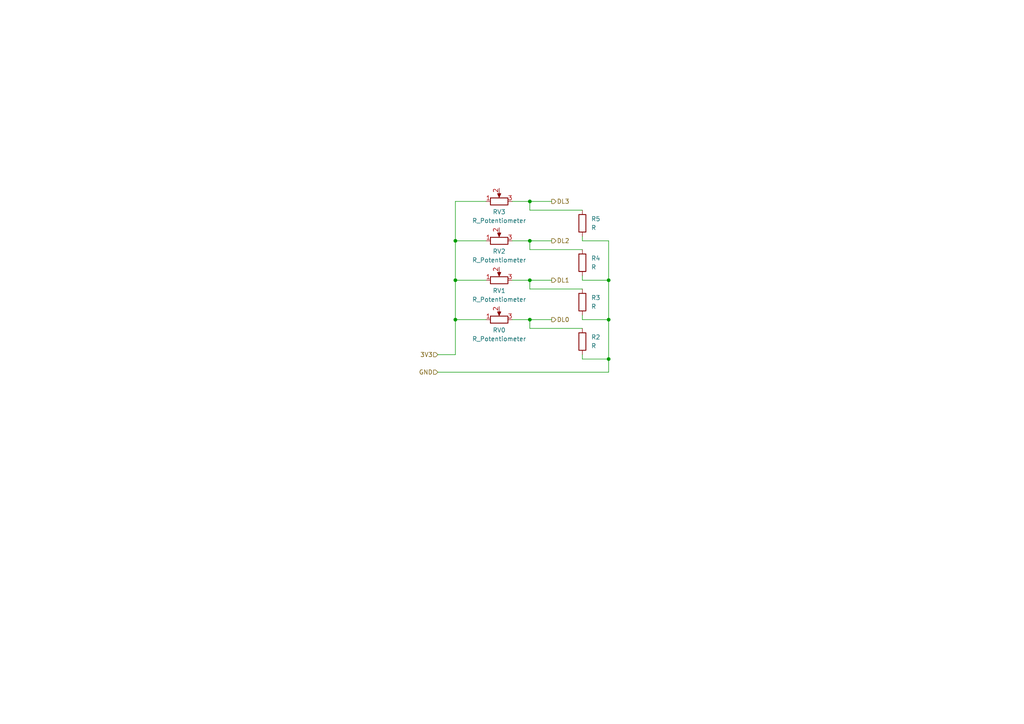
<source format=kicad_sch>
(kicad_sch (version 20250114) (generator "eeschema") (generator_version "9.0")
  (paper "A4")
  (lib_symbols
    (symbol "Device:R" (pin_numbers (hide yes)) (pin_names (offset 0))
      (property "Reference" "R" (at 2.032 0 90))
      (property "Value" "R" (at 0 0 90))
      (symbol "R_0_1"
        (rectangle (start -1.016 -2.54) (end 1.016 2.54) (stroke (width 0.254)))
      )
      (symbol "R_1_1"
        (pin passive line (at 0 3.81 270) (length 1.27) (name "~") (number "1"))
        (pin passive line (at 0 -3.81 90) (length 1.27) (name "~") (number "2"))
      )
    )
    (symbol "Device:R_Potentiometer" (pin_names (offset 1.016) (hide yes))
      (property "Reference" "RV" (at -4.445 0 90))
      (property "Value" "R_Potentiometer" (at -2.54 0 90))
      (symbol "R_Potentiometer_0_1"
        (rectangle (start 1.016 2.54) (end -1.016 -2.54) (stroke (width 0.254)))
        (polyline (pts (xy 1.143 0) (xy 2.286 0.508) (xy 2.286 -0.508) (xy 1.143 0)) (fill (type outline)))
        (polyline (pts (xy 2.54 0) (xy 1.524 0)))
      )
      (symbol "R_Potentiometer_1_1"
        (pin passive line (at 0 3.81 270) (length 1.27) (name "1") (number "1"))
        (pin passive line (at 0 -3.81 90) (length 1.27) (name "3") (number "3"))
        (pin passive line (at 3.81 0 180) (length 1.27) (name "2") (number "2"))
      )
    )
  )
  (junction (at 153.67 69.85))
  (junction (at 176.53 104.14))
  (junction (at 153.67 81.28))
  (junction (at 132.08 81.28))
  (junction (at 153.67 92.71))
  (junction (at 132.08 92.71))
  (junction (at 176.53 92.71))
  (junction (at 132.08 69.85))
  (junction (at 153.67 58.42))
  (junction (at 176.53 81.28))
  (wire (pts (xy 140.97 58.42) (xy 132.08 58.42)))
  (wire (pts (xy 168.91 81.28) (xy 176.53 81.28)))
  (wire (pts (xy 168.91 95.25) (xy 153.67 95.25)))
  (wire (pts (xy 176.53 81.28) (xy 176.53 92.71)))
  (wire (pts (xy 132.08 58.42) (xy 132.08 69.85)))
  (wire (pts (xy 153.67 69.85) (xy 160.02 69.85)))
  (wire (pts (xy 153.67 72.39) (xy 168.91 72.39)))
  (wire (pts (xy 176.53 104.14) (xy 176.53 107.95)))
  (wire (pts (xy 168.91 91.44) (xy 168.91 92.71)))
  (wire (pts (xy 168.91 92.71) (xy 176.53 92.71)))
  (wire (pts (xy 153.67 83.82) (xy 153.67 81.28)))
  (wire (pts (xy 168.91 83.82) (xy 153.67 83.82)))
  (wire (pts (xy 153.67 72.39) (xy 153.67 69.85)))
  (wire (pts (xy 168.91 102.87) (xy 168.91 104.14)))
  (wire (pts (xy 168.91 69.85) (xy 176.53 69.85)))
  (wire (pts (xy 153.67 58.42) (xy 160.02 58.42)))
  (wire (pts (xy 132.08 81.28) (xy 132.08 92.71)))
  (wire (pts (xy 132.08 69.85) (xy 132.08 81.28)))
  (wire (pts (xy 176.53 92.71) (xy 176.53 104.14)))
  (wire (pts (xy 148.59 81.28) (xy 153.67 81.28)))
  (wire (pts (xy 140.97 81.28) (xy 132.08 81.28)))
  (wire (pts (xy 140.97 69.85) (xy 132.08 69.85)))
  (wire (pts (xy 132.08 92.71) (xy 132.08 102.87)))
  (wire (pts (xy 168.91 60.96) (xy 153.67 60.96)))
  (wire (pts (xy 127 102.87) (xy 132.08 102.87)))
  (wire (pts (xy 153.67 92.71) (xy 160.02 92.71)))
  (wire (pts (xy 153.67 81.28) (xy 160.02 81.28)))
  (wire (pts (xy 148.59 69.85) (xy 153.67 69.85)))
  (wire (pts (xy 153.67 95.25) (xy 153.67 92.71)))
  (wire (pts (xy 127 107.95) (xy 176.53 107.95)))
  (wire (pts (xy 168.91 104.14) (xy 176.53 104.14)))
  (wire (pts (xy 148.59 92.71) (xy 153.67 92.71)))
  (wire (pts (xy 168.91 80.01) (xy 168.91 81.28)))
  (wire (pts (xy 153.67 60.96) (xy 153.67 58.42)))
  (wire (pts (xy 176.53 69.85) (xy 176.53 81.28)))
  (wire (pts (xy 140.97 92.71) (xy 132.08 92.71)))
  (wire (pts (xy 168.91 68.58) (xy 168.91 69.85)))
  (wire (pts (xy 153.67 58.42) (xy 148.59 58.42)))
  (hierarchical_label "DL3" (shape output) (at 160.02 58.42 0))
  (hierarchical_label "DL1" (shape output) (at 160.02 81.28 0))
  (hierarchical_label "GND" (shape input) (at 127 107.95 180))
  (hierarchical_label "DL0" (shape output) (at 160.02 92.71 0))
  (hierarchical_label "DL2" (shape output) (at 160.02 69.85 0))
  (hierarchical_label "3V3" (shape input) (at 127 102.87 180))
  (symbol (lib_id "Device:R_Potentiometer") (at 144.78 92.71 90) (unit 1)
    (property "Reference" "RV0" (at 144.78 95.758 90))
    (property "Value" "R_Potentiometer" (at 144.78 98.298 90))
    (property "Description" "Potentiometer" (effects (hide yes)))
  )
  (symbol (lib_id "Device:R_Potentiometer") (at 144.78 69.85 90) (unit 1)
    (property "Reference" "RV2" (at 144.78 72.898 90))
    (property "Value" "R_Potentiometer" (at 144.78 75.438 90))
    (property "Description" "Potentiometer" (effects (hide yes)))
  )
  (symbol (lib_id "Device:R") (at 168.91 76.2 0) (unit 1)
    (property "Reference" "R4" (at 171.45 74.9299 0) (effects (justify left)))
    (property "Value" "R" (at 171.45 77.4699 0) (effects (justify left)))
    (property "Description" "Resistor" (effects (hide yes)))
  )
  (symbol (lib_id "Device:R") (at 168.91 64.77 0) (unit 1)
    (property "Reference" "R5" (at 171.45 63.4999 0) (effects (justify left)))
    (property "Value" "R" (at 171.45 66.0399 0) (effects (justify left)))
    (property "Description" "Resistor" (effects (hide yes)))
  )
  (symbol (lib_id "Device:R_Potentiometer") (at 144.78 81.28 90) (unit 1)
    (property "Reference" "RV1" (at 144.78 84.328 90))
    (property "Value" "R_Potentiometer" (at 144.78 86.868 90))
    (property "Description" "Potentiometer" (effects (hide yes)))
  )
  (symbol (lib_id "Device:R") (at 168.91 99.06 0) (unit 1)
    (property "Reference" "R2" (at 171.45 97.7899 0) (effects (justify left)))
    (property "Value" "R" (at 171.45 100.3299 0) (effects (justify left)))
    (property "Description" "Resistor" (effects (hide yes)))
  )
  (symbol (lib_id "Device:R_Potentiometer") (at 144.78 58.42 90) (unit 1)
    (property "Reference" "RV3" (at 144.78 61.468 90))
    (property "Value" "R_Potentiometer" (at 144.78 64.008 90))
    (property "Description" "Potentiometer" (effects (hide yes)))
  )
  (symbol (lib_id "Device:R") (at 168.91 87.63 0) (unit 1)
    (property "Reference" "R3" (at 171.45 86.3599 0) (effects (justify left)))
    (property "Value" "R" (at 171.45 88.8999 0) (effects (justify left)))
    (property "Description" "Resistor" (effects (hide yes)))
  )
)
</source>
